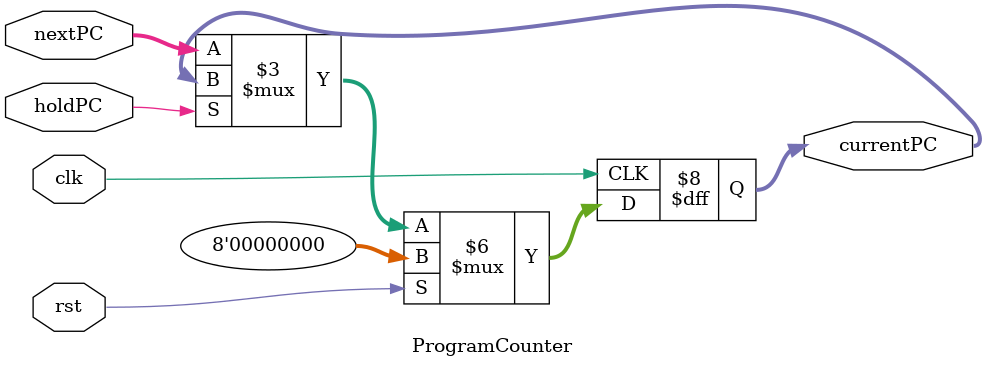
<source format=v>
module ProgramCounter (
    input wire clk,
    input wire rst,
    input wire [7:0] nextPC,       // Proximo PC (incrementado)
    input wire holdPC,
    output reg [7:0] currentPC     // PC atual
);

    always @(posedge clk) begin
        if (rst) begin
            currentPC <= 8'b0;  // Reset do PC
		  end
        else if(holdPC == 1'b0) begin
            currentPC <= nextPC;  // Caminho normal (incrementado)
		  end
    end
endmodule
</source>
